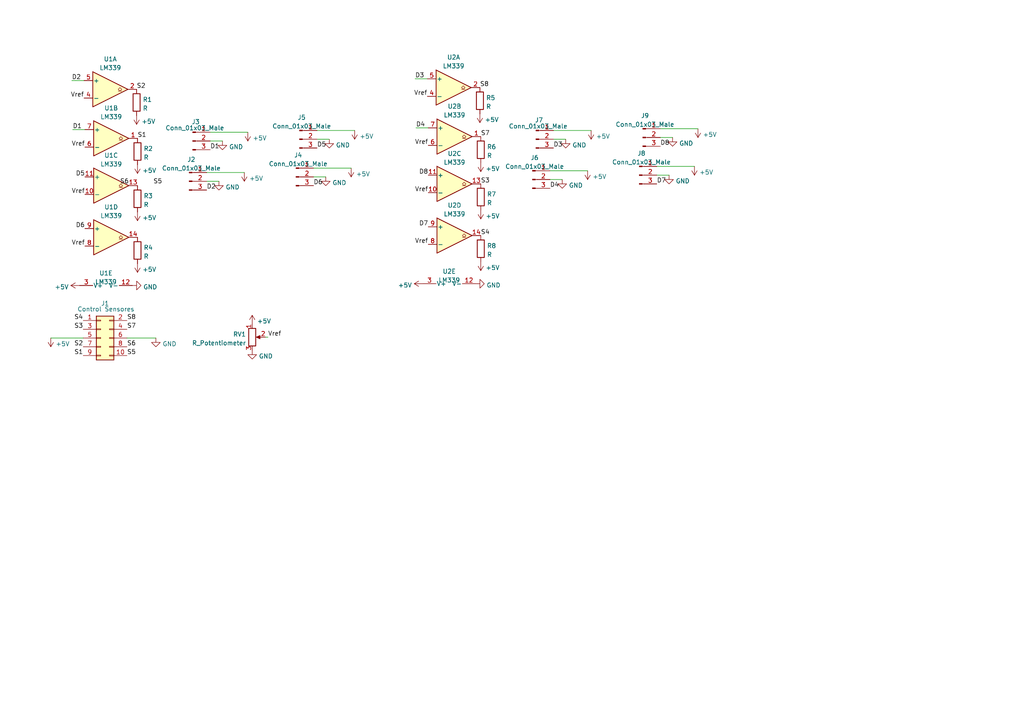
<source format=kicad_sch>
(kicad_sch (version 20230121) (generator eeschema)
  (paper "A4")
  (lib_symbols
    (symbol "Comparator:LM339" (pin_names (offset 0.127))
      (property "Reference" "U" (at 0 5.08 0))
      (property "Value" "LM339" (at 0 -5.08 0))
      (symbol "LM339_1_1"
        (polyline (pts (xy -5.08 5.08) (xy 5.08 0) (xy -5.08 -5.08) (xy -5.08 5.08)) (stroke (width 0.254)) (fill (type background)))
        (polyline (pts (xy 3.302 -0.508) (xy 2.794 -0.508) (xy 3.302 0) (xy 2.794 0.508) (xy 2.286 0) (xy 2.794 -0.508) (xy 2.286 -0.508)) (stroke (width 0.127)))
        (pin open_collector line (at 7.62 0 180) (length 2.54) (name "~") (number "2"))
        (pin input line (at -7.62 -2.54 0) (length 2.54) (name "-") (number "4"))
        (pin input line (at -7.62 2.54 0) (length 2.54) (name "+") (number "5"))
      )
      (symbol "LM339_2_1"
        (polyline (pts (xy -5.08 5.08) (xy 5.08 0) (xy -5.08 -5.08) (xy -5.08 5.08)) (stroke (width 0.254)) (fill (type background)))
        (polyline (pts (xy 3.302 -0.508) (xy 2.794 -0.508) (xy 3.302 0) (xy 2.794 0.508) (xy 2.286 0) (xy 2.794 -0.508) (xy 2.286 -0.508)) (stroke (width 0.127)))
        (pin open_collector line (at 7.62 0 180) (length 2.54) (name "~") (number "1"))
        (pin input line (at -7.62 -2.54 0) (length 2.54) (name "-") (number "6"))
        (pin input line (at -7.62 2.54 0) (length 2.54) (name "+") (number "7"))
      )
      (symbol "LM339_3_1"
        (polyline (pts (xy -5.08 5.08) (xy 5.08 0) (xy -5.08 -5.08) (xy -5.08 5.08)) (stroke (width 0.254)) (fill (type background)))
        (polyline (pts (xy 3.302 -0.508) (xy 2.794 -0.508) (xy 3.302 0) (xy 2.794 0.508) (xy 2.286 0) (xy 2.794 -0.508) (xy 2.286 -0.508)) (stroke (width 0.127)))
        (pin input line (at -7.62 -2.54 0) (length 2.54) (name "-") (number "10"))
        (pin input line (at -7.62 2.54 0) (length 2.54) (name "+") (number "11"))
        (pin open_collector line (at 7.62 0 180) (length 2.54) (name "~") (number "13"))
      )
      (symbol "LM339_4_1"
        (polyline (pts (xy -5.08 5.08) (xy 5.08 0) (xy -5.08 -5.08) (xy -5.08 5.08)) (stroke (width 0.254)) (fill (type background)))
        (polyline (pts (xy 3.302 -0.508) (xy 2.794 -0.508) (xy 3.302 0) (xy 2.794 0.508) (xy 2.286 0) (xy 2.794 -0.508) (xy 2.286 -0.508)) (stroke (width 0.127)))
        (pin open_collector line (at 7.62 0 180) (length 2.54) (name "~") (number "14"))
        (pin input line (at -7.62 -2.54 0) (length 2.54) (name "-") (number "8"))
        (pin input line (at -7.62 2.54 0) (length 2.54) (name "+") (number "9"))
      )
      (symbol "LM339_5_1"
        (pin power_in line (at -2.54 -7.62 90) (length 3.81) (name "V-") (number "12"))
        (pin power_in line (at -2.54 7.62 270) (length 3.81) (name "V+") (number "3"))
      )
    )
    (symbol "Connector:Conn_01x03_Male" (pin_names (offset 1.016) hide)
      (property "Reference" "J" (at 0 5.08 0))
      (property "Value" "Conn_01x03_Male" (at 0 -5.08 0))
      (symbol "Conn_01x03_Male_1_1"
        (polyline (pts (xy 1.27 -2.54) (xy 0.8636 -2.54)) (stroke (width 0.1524)))
        (polyline (pts (xy 1.27 0) (xy 0.8636 0)) (stroke (width 0.1524)))
        (polyline (pts (xy 1.27 2.54) (xy 0.8636 2.54)) (stroke (width 0.1524)))
        (rectangle (start 0.8636 -2.413) (end 0 -2.667) (stroke (width 0.1524)) (fill (type outline)))
        (rectangle (start 0.8636 0.127) (end 0 -0.127) (stroke (width 0.1524)) (fill (type outline)))
        (rectangle (start 0.8636 2.667) (end 0 2.413) (stroke (width 0.1524)) (fill (type outline)))
        (pin passive line (at 5.08 2.54 180) (length 3.81) (name "Pin_1") (number "1"))
        (pin passive line (at 5.08 0 180) (length 3.81) (name "Pin_2") (number "2"))
        (pin passive line (at 5.08 -2.54 180) (length 3.81) (name "Pin_3") (number "3"))
      )
    )
    (symbol "Connector_Generic:Conn_02x05_Odd_Even" (pin_names (offset 1.016) hide)
      (property "Reference" "J" (at 1.27 7.62 0))
      (property "Value" "Conn_02x05_Odd_Even" (at 1.27 -7.62 0))
      (symbol "Conn_02x05_Odd_Even_1_1"
        (rectangle (start -1.27 -4.953) (end 0 -5.207) (stroke (width 0.1524)))
        (rectangle (start -1.27 -2.413) (end 0 -2.667) (stroke (width 0.1524)))
        (rectangle (start -1.27 0.127) (end 0 -0.127) (stroke (width 0.1524)))
        (rectangle (start -1.27 2.667) (end 0 2.413) (stroke (width 0.1524)))
        (rectangle (start -1.27 5.207) (end 0 4.953) (stroke (width 0.1524)))
        (rectangle (start -1.27 6.35) (end 3.81 -6.35) (stroke (width 0.254)) (fill (type background)))
        (rectangle (start 3.81 -4.953) (end 2.54 -5.207) (stroke (width 0.1524)))
        (rectangle (start 3.81 -2.413) (end 2.54 -2.667) (stroke (width 0.1524)))
        (rectangle (start 3.81 0.127) (end 2.54 -0.127) (stroke (width 0.1524)))
        (rectangle (start 3.81 2.667) (end 2.54 2.413) (stroke (width 0.1524)))
        (rectangle (start 3.81 5.207) (end 2.54 4.953) (stroke (width 0.1524)))
        (pin passive line (at -5.08 5.08 0) (length 3.81) (name "Pin_1") (number "1"))
        (pin passive line (at 7.62 -5.08 180) (length 3.81) (name "Pin_10") (number "10"))
        (pin passive line (at 7.62 5.08 180) (length 3.81) (name "Pin_2") (number "2"))
        (pin passive line (at -5.08 2.54 0) (length 3.81) (name "Pin_3") (number "3"))
        (pin passive line (at 7.62 2.54 180) (length 3.81) (name "Pin_4") (number "4"))
        (pin passive line (at -5.08 0 0) (length 3.81) (name "Pin_5") (number "5"))
        (pin passive line (at 7.62 0 180) (length 3.81) (name "Pin_6") (number "6"))
        (pin passive line (at -5.08 -2.54 0) (length 3.81) (name "Pin_7") (number "7"))
        (pin passive line (at 7.62 -2.54 180) (length 3.81) (name "Pin_8") (number "8"))
        (pin passive line (at -5.08 -5.08 0) (length 3.81) (name "Pin_9") (number "9"))
      )
    )
    (symbol "Device:R" (pin_numbers hide) (pin_names (offset 0))
      (property "Reference" "R" (at 2.032 0 90))
      (property "Value" "R" (at 0 0 90))
      (symbol "R_0_1"
        (rectangle (start -1.016 -2.54) (end 1.016 2.54) (stroke (width 0.254)))
      )
      (symbol "R_1_1"
        (pin passive line (at 0 3.81 270) (length 1.27) (name "~") (number "1"))
        (pin passive line (at 0 -3.81 90) (length 1.27) (name "~") (number "2"))
      )
    )
    (symbol "Device:R_Potentiometer" (pin_names (offset 1.016) hide)
      (property "Reference" "RV" (at -4.445 0 90))
      (property "Value" "R_Potentiometer" (at -2.54 0 90))
      (symbol "R_Potentiometer_0_1"
        (polyline (pts (xy 2.54 0) (xy 1.524 0)))
        (polyline (pts (xy 1.143 0) (xy 2.286 0.508) (xy 2.286 -0.508) (xy 1.143 0)) (fill (type outline)))
        (rectangle (start 1.016 2.54) (end -1.016 -2.54) (stroke (width 0.254)))
      )
      (symbol "R_Potentiometer_1_1"
        (pin passive line (at 0 3.81 270) (length 1.27) (name "1") (number "1"))
        (pin passive line (at 3.81 0 180) (length 1.27) (name "2") (number "2"))
        (pin passive line (at 0 -3.81 90) (length 1.27) (name "3") (number "3"))
      )
    )
    (symbol "power:+5V" (power) (pin_names (offset 0))
      (property "Value" "+5V" (at 0 3.556 0))
      (symbol "+5V_0_1"
        (polyline (pts (xy -0.762 1.27) (xy 0 2.54)))
        (polyline (pts (xy 0 0) (xy 0 2.54)))
        (polyline (pts (xy 0 2.54) (xy 0.762 1.27)))
      )
      (symbol "+5V_1_1"
        (pin power_in line (at 0 0 90) (length 0) hide (name "+5V") (number "1"))
      )
    )
    (symbol "power:GND" (power) (pin_names (offset 0))
      (property "Value" "GND" (at 0 -3.81 0))
      (symbol "GND_0_1"
        (polyline (pts (xy 0 0) (xy 0 -1.27) (xy 1.27 -1.27) (xy 0 -2.54) (xy -1.27 -1.27) (xy 0 -1.27)))
      )
      (symbol "GND_1_1"
        (pin power_in line (at 0 0 270) (length 0) hide (name "GND") (number "1"))
      )
    )
  )
  (wire (pts (xy 101.854 48.768) (xy 90.932 48.768)))
  (wire (pts (xy 164.084 40.386) (xy 160.528 40.386)))
  (wire (pts (xy 194.056 50.8) (xy 190.5 50.8)))
  (wire (pts (xy 120.396 22.86) (xy 123.952 22.86)))
  (wire (pts (xy 63.5 52.578) (xy 59.944 52.578)))
  (wire (pts (xy 94.488 51.308) (xy 90.932 51.308)))
  (wire (pts (xy 64.516 40.894) (xy 60.96 40.894)))
  (wire (pts (xy 76.962 97.79) (xy 77.724 97.79)))
  (wire (pts (xy 95.504 40.386) (xy 91.948 40.386)))
  (wire (pts (xy 102.87 37.846) (xy 91.948 37.846)))
  (wire (pts (xy 195.072 39.878) (xy 191.516 39.878)))
  (wire (pts (xy 171.45 37.846) (xy 160.528 37.846)))
  (wire (pts (xy 14.732 98.044) (xy 24.13 98.044)))
  (wire (pts (xy 70.866 50.038) (xy 59.944 50.038)))
  (wire (pts (xy 201.422 48.26) (xy 190.5 48.26)))
  (wire (pts (xy 202.438 37.338) (xy 191.516 37.338)))
  (wire (pts (xy 170.434 49.53) (xy 159.512 49.53)))
  (wire (pts (xy 21.082 37.592) (xy 24.638 37.592)))
  (wire (pts (xy 163.068 52.07) (xy 159.512 52.07)))
  (wire (pts (xy 120.65 37.084) (xy 124.206 37.084)))
  (wire (pts (xy 20.828 23.368) (xy 24.384 23.368)))
  (wire (pts (xy 71.882 38.354) (xy 60.96 38.354)))
  (wire (pts (xy 45.212 98.044) (xy 36.83 98.044)))
  (label "D3" (at 160.528 42.926 0))
  (label "S5" (at 36.83 103.124 0))
  (label "D1" (at 21.082 37.592 0))
  (label "S6" (at 34.798 53.594 0))
  (label "D2" (at 59.944 55.118 0))
  (label "S5" (at 44.45 53.594 0))
  (label "S7" (at 139.446 39.624 0))
  (label "S1" (at 39.878 40.132 0))
  (label "Vref" (at 124.206 55.88 180))
  (label "S7" (at 36.83 95.504 0))
  (label "D2" (at 20.828 23.368 0))
  (label "S6" (at 36.83 100.584 0))
  (label "S2" (at 39.624 25.908 0))
  (label "S8" (at 139.192 25.4 0))
  (label "S8" (at 36.83 92.964 0))
  (label "S3" (at 139.446 53.34 0))
  (label "D4" (at 120.65 37.084 0))
  (label "D5" (at 91.948 42.926 0))
  (label "S2" (at 24.13 100.584 180))
  (label "Vref" (at 124.206 70.866 180))
  (label "D6" (at 24.638 66.294 180))
  (label "S4" (at 24.13 92.964 180))
  (label "S1" (at 24.13 103.124 180))
  (label "D6" (at 90.932 53.848 0))
  (label "D4" (at 159.512 54.61 0))
  (label "Vref" (at 24.638 42.672 180))
  (label "D1" (at 60.96 43.434 0))
  (label "D3" (at 120.396 22.86 0))
  (label "S4" (at 139.446 68.326 0))
  (label "D8" (at 124.206 50.8 180))
  (label "Vref" (at 123.952 27.94 180))
  (label "Vref" (at 24.638 56.388 180))
  (label "D7" (at 190.5 53.34 0))
  (label "D5" (at 24.638 51.308 180))
  (label "Vref" (at 24.384 28.448 180))
  (label "S3" (at 24.13 95.504 180))
  (label "Vref" (at 124.206 42.164 180))
  (label "D8" (at 191.516 42.418 0))
  (label "Vref" (at 77.724 97.79 0))
  (label "Vref" (at 24.638 71.374 180))
  (label "D7" (at 124.206 65.786 180))
  (symbol (lib_id "Device:R_Potentiometer") (at 73.152 97.79 0) (unit 1)
    (property "Reference" "RV1" (at 71.3741 96.9553 0) (effects (justify right)))
    (property "Value" "R_Potentiometer" (at 71.3741 99.4922 0) (effects (justify right)))
    (property "Footprint" "Potentiometer_THT:Potentiometer_Bourns_3299W_Vertical" (effects hide))
  )
  (symbol (lib_id "Connector:Conn_01x03_Male") (at 55.88 40.894 0) (unit 1)
    (property "Reference" "J3" (at 56.769 35.34 0))
    (property "Value" "Conn_01x03_Male" (at 56.515 37.1149 0))
    (property "Footprint" "Connector_PinHeader_2.54mm:PinHeader_1x03_P2.54mm_Vertical" (effects hide))
  )
  (symbol (lib_id "Comparator:LM339") (at 131.572 25.4 0) (unit 1)
    (property "Reference" "U2" (at 131.572 16.6202 0))
    (property "Value" "LM339" (at 131.572 19.1571 0))
    (property "Footprint" "Package_DIP:DIP-14_W7.62mm_Socket_LongPads" (effects hide))
    (property "Datasheet" "https://www.st.com/resource/en/datasheet/lm139.pdf" (effects hide))
  )
  (symbol (lib_id "Connector:Conn_01x03_Male") (at 85.852 51.308 0) (unit 1)
    (property "Reference" "J4" (at 86.487 44.992 0))
    (property "Value" "Conn_01x03_Male" (at 86.487 47.5289 0))
    (property "Footprint" "Connector_PinHeader_2.54mm:PinHeader_1x03_P2.54mm_Vertical" (effects hide))
  )
  (symbol (lib_id "Connector_Generic:Conn_02x05_Odd_Even") (at 29.21 98.044 0) (unit 1)
    (property "Reference" "J1" (at 30.48 87.9942 0))
    (property "Value" "Control Sensores" (at 30.734 89.662 0))
    (property "Footprint" "Connector_IDC:IDC-Header_2x05_P2.54mm_Horizontal" (effects hide))
  )
  (symbol (lib_id "Device:R") (at 139.446 57.15 0) (unit 1)
    (property "Reference" "R7" (at 141.224 56.3153 0) (effects (justify left)))
    (property "Value" "R" (at 141.224 58.8522 0) (effects (justify left)))
    (property "Footprint" "Resistor_THT:R_Axial_DIN0207_L6.3mm_D2.5mm_P10.16mm_Horizontal" (effects hide))
  )
  (symbol (lib_id "power:GND") (at 45.212 98.044 0) (unit 1)
    (property "Reference" "#PWR08" (effects hide))
    (property "Value" "GND" (at 47.117 99.7478 0) (effects (justify left)))
  )
  (symbol (lib_id "power:GND") (at 164.084 40.386 0) (unit 1)
    (property "Reference" "#PWR026" (effects hide))
    (property "Value" "GND" (at 165.989 42.0898 0) (effects (justify left)))
  )
  (symbol (lib_id "Connector:Conn_01x03_Male") (at 54.864 52.578 0) (unit 1)
    (property "Reference" "J2" (at 55.499 46.262 0))
    (property "Value" "Conn_01x03_Male" (at 55.499 48.7989 0))
    (property "Footprint" "Connector_PinHeader_2.54mm:PinHeader_1x03_P2.54mm_Vertical" (effects hide))
  )
  (symbol (lib_id "power:+5V") (at 39.878 76.454 180) (unit 1)
    (property "Reference" "#PWR07" (effects hide))
    (property "Value" "+5V" (at 41.275 78.1578 0) (effects (justify right)))
  )
  (symbol (lib_id "power:+5V") (at 39.878 61.468 180) (unit 1)
    (property "Reference" "#PWR06" (effects hide))
    (property "Value" "+5V" (at 41.275 63.1718 0) (effects (justify right)))
  )
  (symbol (lib_id "Device:R") (at 139.446 43.434 0) (unit 1)
    (property "Reference" "R6" (at 141.224 42.5993 0) (effects (justify left)))
    (property "Value" "R" (at 141.224 45.1362 0) (effects (justify left)))
    (property "Footprint" "Resistor_THT:R_Axial_DIN0207_L6.3mm_D2.5mm_P10.16mm_Horizontal" (effects hide))
  )
  (symbol (lib_id "power:+5V") (at 102.87 37.846 180) (unit 1)
    (property "Reference" "#PWR018" (effects hide))
    (property "Value" "+5V" (at 104.267 39.5498 0) (effects (justify right)))
  )
  (symbol (lib_id "power:GND") (at 163.068 52.07 0) (unit 1)
    (property "Reference" "#PWR025" (effects hide))
    (property "Value" "GND" (at 164.973 53.7738 0) (effects (justify left)))
  )
  (symbol (lib_id "power:GND") (at 95.504 40.386 0) (unit 1)
    (property "Reference" "#PWR016" (effects hide))
    (property "Value" "GND" (at 97.409 42.0898 0) (effects (justify left)))
  )
  (symbol (lib_id "Connector:Conn_01x03_Male") (at 86.868 40.386 0) (unit 1)
    (property "Reference" "J5" (at 87.503 34.07 0))
    (property "Value" "Conn_01x03_Male" (at 87.503 36.6069 0))
    (property "Footprint" "Connector_PinHeader_2.54mm:PinHeader_1x03_P2.54mm_Vertical" (effects hide))
  )
  (symbol (lib_id "Comparator:LM339") (at 30.734 80.264 90) (unit 5)
    (property "Reference" "U1" (at 30.734 79.2312 90))
    (property "Value" "LM339" (at 30.734 81.7681 90))
    (property "Footprint" "Package_DIP:DIP-14_W7.62mm_Socket_LongPads" (effects hide))
    (property "Datasheet" "https://www.st.com/resource/en/datasheet/lm139.pdf" (effects hide))
  )
  (symbol (lib_id "Connector:Conn_01x03_Male") (at 185.42 50.8 0) (unit 1)
    (property "Reference" "J8" (at 186.055 44.484 0))
    (property "Value" "Conn_01x03_Male" (at 186.055 47.0209 0))
    (property "Footprint" "Connector_PinHeader_2.54mm:PinHeader_1x03_P2.54mm_Vertical" (effects hide))
  )
  (symbol (lib_id "Comparator:LM339") (at 32.258 53.848 0) (unit 3)
    (property "Reference" "U1" (at 32.258 45.0682 0))
    (property "Value" "LM339" (at 32.258 47.6051 0))
    (property "Footprint" "Package_DIP:DIP-14_W7.62mm_Socket_LongPads" (effects hide))
    (property "Datasheet" "https://www.st.com/resource/en/datasheet/lm139.pdf" (effects hide))
  )
  (symbol (lib_id "Connector:Conn_01x03_Male") (at 154.432 52.07 0) (unit 1)
    (property "Reference" "J6" (at 155.067 45.754 0))
    (property "Value" "Conn_01x03_Male" (at 155.067 48.2909 0))
    (property "Footprint" "Connector_PinHeader_2.54mm:PinHeader_1x03_P2.54mm_Vertical" (effects hide))
  )
  (symbol (lib_id "Comparator:LM339") (at 32.258 40.132 0) (unit 2)
    (property "Reference" "U1" (at 32.258 31.3522 0))
    (property "Value" "LM339" (at 32.258 33.8891 0))
    (property "Footprint" "Package_DIP:DIP-14_W7.62mm_Socket_LongPads" (effects hide))
    (property "Datasheet" "https://www.st.com/resource/en/datasheet/lm139.pdf" (effects hide))
  )
  (symbol (lib_id "power:+5V") (at 201.422 48.26 180) (unit 1)
    (property "Reference" "#PWR031" (effects hide))
    (property "Value" "+5V" (at 202.819 49.9638 0) (effects (justify right)))
  )
  (symbol (lib_id "power:+5V") (at 73.152 93.98 0) (unit 1)
    (property "Reference" "#PWR013" (effects hide))
    (property "Value" "+5V" (at 74.549 93.1438 0) (effects (justify left)))
  )
  (symbol (lib_id "Connector:Conn_01x03_Male") (at 186.436 39.878 0) (unit 1)
    (property "Reference" "J9" (at 187.071 33.562 0))
    (property "Value" "Conn_01x03_Male" (at 187.071 36.0989 0))
    (property "Footprint" "Connector_PinHeader_2.54mm:PinHeader_1x03_P2.54mm_Vertical" (effects hide))
  )
  (symbol (lib_id "power:+5V") (at 71.882 38.354 180) (unit 1)
    (property "Reference" "#PWR012" (effects hide))
    (property "Value" "+5V" (at 73.279 40.0578 0) (effects (justify right)))
  )
  (symbol (lib_id "Device:R") (at 139.192 29.21 0) (unit 1)
    (property "Reference" "R5" (at 140.97 28.3753 0) (effects (justify left)))
    (property "Value" "R" (at 140.97 30.9122 0) (effects (justify left)))
    (property "Footprint" "Resistor_THT:R_Axial_DIN0207_L6.3mm_D2.5mm_P10.16mm_Horizontal" (effects hide))
  )
  (symbol (lib_id "Device:R") (at 39.624 29.718 0) (unit 1)
    (property "Reference" "R1" (at 41.402 28.8833 0) (effects (justify left)))
    (property "Value" "R" (at 41.402 31.4202 0) (effects (justify left)))
    (property "Footprint" "Resistor_THT:R_Axial_DIN0207_L6.3mm_D2.5mm_P10.16mm_Horizontal" (effects hide))
  )
  (symbol (lib_id "power:+5V") (at 139.192 33.02 180) (unit 1)
    (property "Reference" "#PWR021" (effects hide))
    (property "Value" "+5V" (at 140.589 34.7238 0) (effects (justify right)))
  )
  (symbol (lib_id "power:+5V") (at 14.732 98.044 180) (unit 1)
    (property "Reference" "#PWR01" (effects hide))
    (property "Value" "+5V" (at 16.129 99.7478 0) (effects (justify right)))
  )
  (symbol (lib_id "power:+5V") (at 139.446 60.96 180) (unit 1)
    (property "Reference" "#PWR023" (effects hide))
    (property "Value" "+5V" (at 140.843 62.6638 0) (effects (justify right)))
  )
  (symbol (lib_id "power:+5V") (at 171.45 37.846 180) (unit 1)
    (property "Reference" "#PWR028" (effects hide))
    (property "Value" "+5V" (at 172.847 39.5498 0) (effects (justify right)))
  )
  (symbol (lib_id "Comparator:LM339") (at 32.258 68.834 0) (unit 4)
    (property "Reference" "U1" (at 32.258 60.0542 0))
    (property "Value" "LM339" (at 32.258 62.5911 0))
    (property "Footprint" "Package_DIP:DIP-14_W7.62mm_Socket_LongPads" (effects hide))
    (property "Datasheet" "https://www.st.com/resource/en/datasheet/lm139.pdf" (effects hide))
  )
  (symbol (lib_id "power:GND") (at 94.488 51.308 0) (unit 1)
    (property "Reference" "#PWR015" (effects hide))
    (property "Value" "GND" (at 96.393 53.0118 0) (effects (justify left)))
  )
  (symbol (lib_id "power:+5V") (at 39.878 47.752 180) (unit 1)
    (property "Reference" "#PWR05" (effects hide))
    (property "Value" "+5V" (at 41.275 49.4558 0) (effects (justify right)))
  )
  (symbol (lib_id "Device:R") (at 139.446 72.136 0) (unit 1)
    (property "Reference" "R8" (at 141.224 71.3013 0) (effects (justify left)))
    (property "Value" "R" (at 141.224 73.8382 0) (effects (justify left)))
    (property "Footprint" "Resistor_THT:R_Axial_DIN0207_L6.3mm_D2.5mm_P10.16mm_Horizontal" (effects hide))
  )
  (symbol (lib_id "power:GND") (at 73.152 101.6 0) (unit 1)
    (property "Reference" "#PWR014" (effects hide))
    (property "Value" "GND" (at 75.057 103.3038 0) (effects (justify left)))
  )
  (symbol (lib_id "Comparator:LM339") (at 130.302 79.756 90) (unit 5)
    (property "Reference" "U2" (at 130.302 78.7232 90))
    (property "Value" "LM339" (at 130.302 81.2601 90))
    (property "Footprint" "Package_DIP:DIP-14_W7.62mm_Socket_LongPads" (effects hide))
    (property "Datasheet" "https://www.st.com/resource/en/datasheet/lm139.pdf" (effects hide))
  )
  (symbol (lib_id "power:GND") (at 194.056 50.8 0) (unit 1)
    (property "Reference" "#PWR029" (effects hide))
    (property "Value" "GND" (at 195.961 52.5038 0) (effects (justify left)))
  )
  (symbol (lib_id "Device:R") (at 39.878 72.644 0) (unit 1)
    (property "Reference" "R4" (at 41.656 71.8093 0) (effects (justify left)))
    (property "Value" "R" (at 41.656 74.3462 0) (effects (justify left)))
    (property "Footprint" "Resistor_THT:R_Axial_DIN0207_L6.3mm_D2.5mm_P10.16mm_Horizontal" (effects hide))
  )
  (symbol (lib_id "power:+5V") (at 139.446 47.244 180) (unit 1)
    (property "Reference" "#PWR022" (effects hide))
    (property "Value" "+5V" (at 140.843 48.9478 0) (effects (justify right)))
  )
  (symbol (lib_id "power:+5V") (at 70.866 50.038 180) (unit 1)
    (property "Reference" "#PWR011" (effects hide))
    (property "Value" "+5V" (at 72.263 51.7418 0) (effects (justify right)))
  )
  (symbol (lib_id "Comparator:LM339") (at 32.004 25.908 0) (unit 1)
    (property "Reference" "U1" (at 32.004 17.1282 0))
    (property "Value" "LM339" (at 32.004 19.6651 0))
    (property "Footprint" "Package_DIP:DIP-14_W7.62mm_Socket_LongPads" (effects hide))
    (property "Datasheet" "https://www.st.com/resource/en/datasheet/lm139.pdf" (effects hide))
  )
  (symbol (lib_id "power:+5V") (at 39.624 33.528 180) (unit 1)
    (property "Reference" "#PWR04" (effects hide))
    (property "Value" "+5V" (at 41.021 35.2318 0) (effects (justify right)))
  )
  (symbol (lib_id "power:GND") (at 64.516 40.894 0) (unit 1)
    (property "Reference" "#PWR010" (effects hide))
    (property "Value" "GND" (at 66.421 42.5978 0) (effects (justify left)))
  )
  (symbol (lib_id "power:GND") (at 137.922 82.296 90) (unit 1)
    (property "Reference" "#PWR020" (effects hide))
    (property "Value" "GND" (at 141.097 82.7298 90) (effects (justify right)))
  )
  (symbol (lib_id "power:GND") (at 38.354 82.804 90) (unit 1)
    (property "Reference" "#PWR03" (effects hide))
    (property "Value" "GND" (at 41.529 83.2378 90) (effects (justify right)))
  )
  (symbol (lib_id "power:+5V") (at 139.446 75.946 180) (unit 1)
    (property "Reference" "#PWR024" (effects hide))
    (property "Value" "+5V" (at 140.843 77.6498 0) (effects (justify right)))
  )
  (symbol (lib_id "Comparator:LM339") (at 131.826 53.34 0) (unit 3)
    (property "Reference" "U2" (at 131.826 44.5602 0))
    (property "Value" "LM339" (at 131.826 47.0971 0))
    (property "Footprint" "Package_DIP:DIP-14_W7.62mm_Socket_LongPads" (effects hide))
    (property "Datasheet" "https://www.st.com/resource/en/datasheet/lm139.pdf" (effects hide))
  )
  (symbol (lib_id "power:GND") (at 195.072 39.878 0) (unit 1)
    (property "Reference" "#PWR030" (effects hide))
    (property "Value" "GND" (at 196.977 41.5818 0) (effects (justify left)))
  )
  (symbol (lib_id "Device:R") (at 39.878 57.658 0) (unit 1)
    (property "Reference" "R3" (at 41.656 56.8233 0) (effects (justify left)))
    (property "Value" "R" (at 41.656 59.3602 0) (effects (justify left)))
    (property "Footprint" "Resistor_THT:R_Axial_DIN0207_L6.3mm_D2.5mm_P10.16mm_Horizontal" (effects hide))
  )
  (symbol (lib_id "Device:R") (at 39.878 43.942 0) (unit 1)
    (property "Reference" "R2" (at 41.656 43.1073 0) (effects (justify left)))
    (property "Value" "R" (at 41.656 45.6442 0) (effects (justify left)))
    (property "Footprint" "Resistor_THT:R_Axial_DIN0207_L6.3mm_D2.5mm_P10.16mm_Horizontal" (effects hide))
  )
  (symbol (lib_id "power:+5V") (at 23.114 82.804 90) (unit 1)
    (property "Reference" "#PWR02" (effects hide))
    (property "Value" "+5V" (at 19.9391 83.2378 90) (effects (justify left)))
  )
  (symbol (lib_id "Comparator:LM339") (at 131.826 39.624 0) (unit 2)
    (property "Reference" "U2" (at 131.826 30.8442 0))
    (property "Value" "LM339" (at 131.826 33.3811 0))
    (property "Footprint" "Package_DIP:DIP-14_W7.62mm_Socket_LongPads" (effects hide))
    (property "Datasheet" "https://www.st.com/resource/en/datasheet/lm139.pdf" (effects hide))
  )
  (symbol (lib_id "power:+5V") (at 170.434 49.53 180) (unit 1)
    (property "Reference" "#PWR027" (effects hide))
    (property "Value" "+5V" (at 171.831 51.2338 0) (effects (justify right)))
  )
  (symbol (lib_id "power:+5V") (at 122.682 82.296 90) (unit 1)
    (property "Reference" "#PWR019" (effects hide))
    (property "Value" "+5V" (at 119.5071 82.7298 90) (effects (justify left)))
  )
  (symbol (lib_id "power:+5V") (at 202.438 37.338 180) (unit 1)
    (property "Reference" "#PWR032" (effects hide))
    (property "Value" "+5V" (at 203.835 39.0418 0) (effects (justify right)))
  )
  (symbol (lib_id "power:+5V") (at 101.854 48.768 180) (unit 1)
    (property "Reference" "#PWR017" (effects hide))
    (property "Value" "+5V" (at 103.251 50.4718 0) (effects (justify right)))
  )
  (symbol (lib_id "Comparator:LM339") (at 131.826 68.326 0) (unit 4)
    (property "Reference" "U2" (at 131.826 59.5462 0))
    (property "Value" "LM339" (at 131.826 62.0831 0))
    (property "Footprint" "Package_DIP:DIP-14_W7.62mm_Socket_LongPads" (effects hide))
    (property "Datasheet" "https://www.st.com/resource/en/datasheet/lm139.pdf" (effects hide))
  )
  (symbol (lib_id "power:GND") (at 63.5 52.578 0) (unit 1)
    (property "Reference" "#PWR09" (effects hide))
    (property "Value" "GND" (at 65.405 54.2818 0) (effects (justify left)))
  )
  (symbol (lib_id "Connector:Conn_01x03_Male") (at 155.448 40.386 0) (unit 1)
    (property "Reference" "J7" (at 156.337 34.832 0))
    (property "Value" "Conn_01x03_Male" (at 156.083 36.6069 0))
    (property "Footprint" "Connector_PinHeader_2.54mm:PinHeader_1x03_P2.54mm_Vertical" (effects hide))
  )
)
</source>
